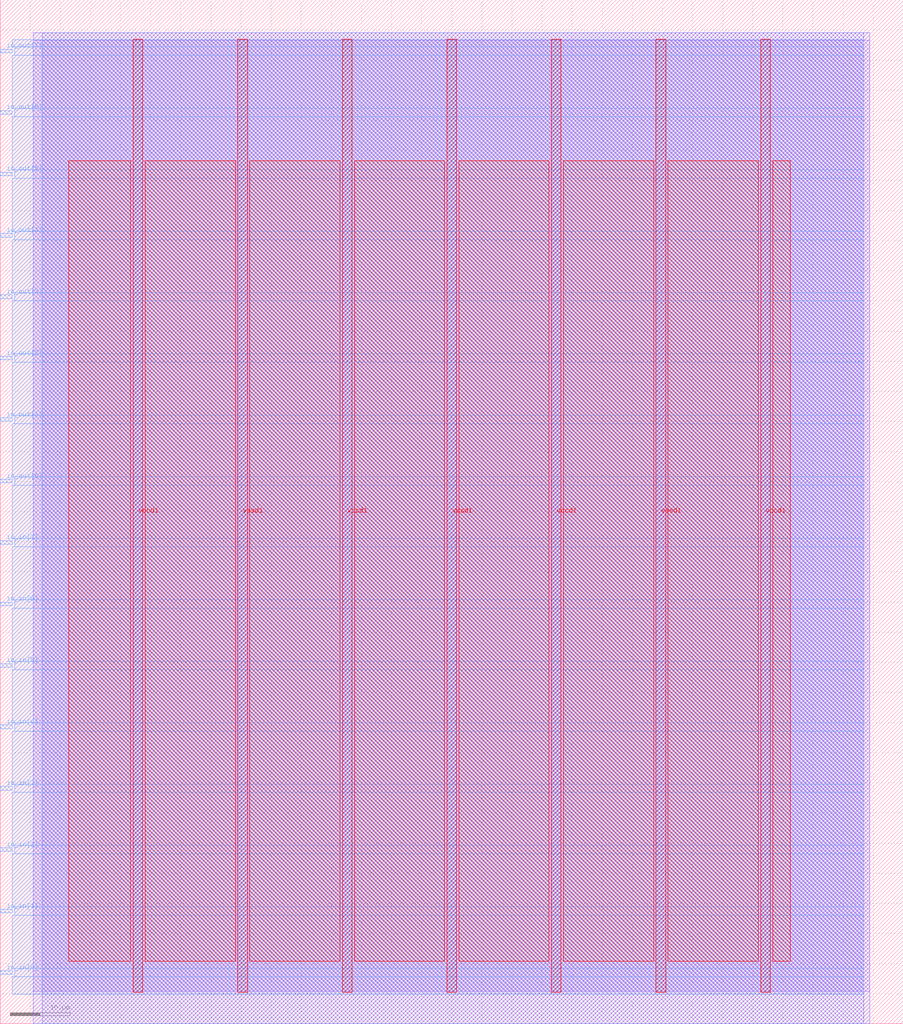
<source format=lef>
VERSION 5.7 ;
  NOWIREEXTENSIONATPIN ON ;
  DIVIDERCHAR "/" ;
  BUSBITCHARS "[]" ;
MACRO prog_melody_gen
  CLASS BLOCK ;
  FOREIGN prog_melody_gen ;
  ORIGIN 0.000 0.000 ;
  SIZE 150.000 BY 170.000 ;
  PIN io_in[0]
    DIRECTION INPUT ;
    USE SIGNAL ;
    PORT
      LAYER met3 ;
        RECT 0.000 8.200 2.000 8.800 ;
    END
  END io_in[0]
  PIN io_in[1]
    DIRECTION INPUT ;
    USE SIGNAL ;
    PORT
      LAYER met3 ;
        RECT 0.000 18.400 2.000 19.000 ;
    END
  END io_in[1]
  PIN io_in[2]
    DIRECTION INPUT ;
    USE SIGNAL ;
    PORT
      LAYER met3 ;
        RECT 0.000 28.600 2.000 29.200 ;
    END
  END io_in[2]
  PIN io_in[3]
    DIRECTION INPUT ;
    USE SIGNAL ;
    PORT
      LAYER met3 ;
        RECT 0.000 38.800 2.000 39.400 ;
    END
  END io_in[3]
  PIN io_in[4]
    DIRECTION INPUT ;
    USE SIGNAL ;
    PORT
      LAYER met3 ;
        RECT 0.000 49.000 2.000 49.600 ;
    END
  END io_in[4]
  PIN io_in[5]
    DIRECTION INPUT ;
    USE SIGNAL ;
    PORT
      LAYER met3 ;
        RECT 0.000 59.200 2.000 59.800 ;
    END
  END io_in[5]
  PIN io_in[6]
    DIRECTION INPUT ;
    USE SIGNAL ;
    PORT
      LAYER met3 ;
        RECT 0.000 69.400 2.000 70.000 ;
    END
  END io_in[6]
  PIN io_in[7]
    DIRECTION INPUT ;
    USE SIGNAL ;
    PORT
      LAYER met3 ;
        RECT 0.000 79.600 2.000 80.200 ;
    END
  END io_in[7]
  PIN io_out[0]
    DIRECTION OUTPUT TRISTATE ;
    USE SIGNAL ;
    PORT
      LAYER met3 ;
        RECT 0.000 89.800 2.000 90.400 ;
    END
  END io_out[0]
  PIN io_out[1]
    DIRECTION OUTPUT TRISTATE ;
    USE SIGNAL ;
    PORT
      LAYER met3 ;
        RECT 0.000 100.000 2.000 100.600 ;
    END
  END io_out[1]
  PIN io_out[2]
    DIRECTION OUTPUT TRISTATE ;
    USE SIGNAL ;
    PORT
      LAYER met3 ;
        RECT 0.000 110.200 2.000 110.800 ;
    END
  END io_out[2]
  PIN io_out[3]
    DIRECTION OUTPUT TRISTATE ;
    USE SIGNAL ;
    PORT
      LAYER met3 ;
        RECT 0.000 120.400 2.000 121.000 ;
    END
  END io_out[3]
  PIN io_out[4]
    DIRECTION OUTPUT TRISTATE ;
    USE SIGNAL ;
    PORT
      LAYER met3 ;
        RECT 0.000 130.600 2.000 131.200 ;
    END
  END io_out[4]
  PIN io_out[5]
    DIRECTION OUTPUT TRISTATE ;
    USE SIGNAL ;
    PORT
      LAYER met3 ;
        RECT 0.000 140.800 2.000 141.400 ;
    END
  END io_out[5]
  PIN io_out[6]
    DIRECTION OUTPUT TRISTATE ;
    USE SIGNAL ;
    PORT
      LAYER met3 ;
        RECT 0.000 151.000 2.000 151.600 ;
    END
  END io_out[6]
  PIN io_out[7]
    DIRECTION OUTPUT TRISTATE ;
    USE SIGNAL ;
    PORT
      LAYER met3 ;
        RECT 0.000 161.200 2.000 161.800 ;
    END
  END io_out[7]
  PIN vccd1
    DIRECTION INOUT ;
    USE POWER ;
    PORT
      LAYER met4 ;
        RECT 22.090 5.200 23.690 163.440 ;
    END
    PORT
      LAYER met4 ;
        RECT 56.830 5.200 58.430 163.440 ;
    END
    PORT
      LAYER met4 ;
        RECT 91.570 5.200 93.170 163.440 ;
    END
    PORT
      LAYER met4 ;
        RECT 126.310 5.200 127.910 163.440 ;
    END
  END vccd1
  PIN vssd1
    DIRECTION INOUT ;
    USE GROUND ;
    PORT
      LAYER met4 ;
        RECT 39.460 5.200 41.060 163.440 ;
    END
    PORT
      LAYER met4 ;
        RECT 74.200 5.200 75.800 163.440 ;
    END
    PORT
      LAYER met4 ;
        RECT 108.940 5.200 110.540 163.440 ;
    END
  END vssd1
  OBS
      LAYER li1 ;
        RECT 5.520 5.355 144.440 163.285 ;
      LAYER met1 ;
        RECT 5.520 0.040 144.440 164.520 ;
      LAYER met2 ;
        RECT 6.990 0.010 143.430 164.550 ;
      LAYER met3 ;
        RECT 2.000 162.200 143.455 163.365 ;
        RECT 2.400 160.800 143.455 162.200 ;
        RECT 2.000 152.000 143.455 160.800 ;
        RECT 2.400 150.600 143.455 152.000 ;
        RECT 2.000 141.800 143.455 150.600 ;
        RECT 2.400 140.400 143.455 141.800 ;
        RECT 2.000 131.600 143.455 140.400 ;
        RECT 2.400 130.200 143.455 131.600 ;
        RECT 2.000 121.400 143.455 130.200 ;
        RECT 2.400 120.000 143.455 121.400 ;
        RECT 2.000 111.200 143.455 120.000 ;
        RECT 2.400 109.800 143.455 111.200 ;
        RECT 2.000 101.000 143.455 109.800 ;
        RECT 2.400 99.600 143.455 101.000 ;
        RECT 2.000 90.800 143.455 99.600 ;
        RECT 2.400 89.400 143.455 90.800 ;
        RECT 2.000 80.600 143.455 89.400 ;
        RECT 2.400 79.200 143.455 80.600 ;
        RECT 2.000 70.400 143.455 79.200 ;
        RECT 2.400 69.000 143.455 70.400 ;
        RECT 2.000 60.200 143.455 69.000 ;
        RECT 2.400 58.800 143.455 60.200 ;
        RECT 2.000 50.000 143.455 58.800 ;
        RECT 2.400 48.600 143.455 50.000 ;
        RECT 2.000 39.800 143.455 48.600 ;
        RECT 2.400 38.400 143.455 39.800 ;
        RECT 2.000 29.600 143.455 38.400 ;
        RECT 2.400 28.200 143.455 29.600 ;
        RECT 2.000 19.400 143.455 28.200 ;
        RECT 2.400 18.000 143.455 19.400 ;
        RECT 2.000 9.200 143.455 18.000 ;
        RECT 2.400 7.800 143.455 9.200 ;
        RECT 2.000 4.935 143.455 7.800 ;
      LAYER met4 ;
        RECT 11.335 10.375 21.690 143.305 ;
        RECT 24.090 10.375 39.060 143.305 ;
        RECT 41.460 10.375 56.430 143.305 ;
        RECT 58.830 10.375 73.800 143.305 ;
        RECT 76.200 10.375 91.170 143.305 ;
        RECT 93.570 10.375 108.540 143.305 ;
        RECT 110.940 10.375 125.910 143.305 ;
        RECT 128.310 10.375 131.265 143.305 ;
  END
END prog_melody_gen
END LIBRARY


</source>
